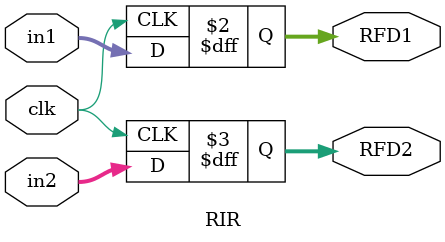
<source format=v>
`timescale 1ns / 1ps


module RIR(clk, in1, in2, RFD1, RFD2);
    input       clk;
    parameter   D_Width = 32;
    input       [D_Width-1:0]in1, in2;
    output reg  [D_Width-1:0]RFD1, RFD2;
    always@(posedge clk) begin
        RFD1 = in1;
        RFD2 = in2;
    end
endmodule

</source>
